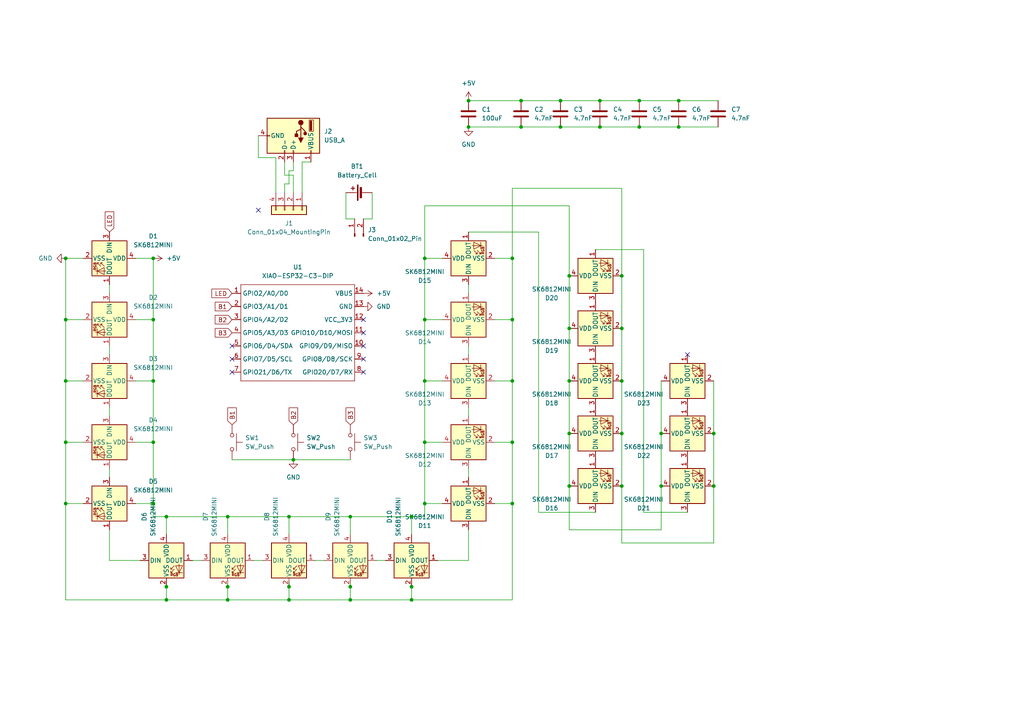
<source format=kicad_sch>
(kicad_sch (version 20250114) (generator "eeschema") (generator_version "9.0")
  (paper "A4")
  (lib_symbols
    (symbol "Connector:Conn_01x02_Pin" (pin_names (offset 1.016) (hide yes))
      (property "Reference" "J" (at 0 2.54 0))
      (property "Value" "Conn_01x02_Pin" (at 0 -5.08 0))
      (symbol "Conn_01x02_Pin_1_1"
        (rectangle (start 0.8636 0.127) (end 0 -0.127) (stroke (width 0.1524)) (fill (type outline)))
        (rectangle (start 0.8636 -2.413) (end 0 -2.667) (stroke (width 0.1524)) (fill (type outline)))
        (polyline (pts (xy 1.27 0) (xy 0.8636 0)) (stroke (width 0.1524)))
        (polyline (pts (xy 1.27 -2.54) (xy 0.8636 -2.54)) (stroke (width 0.1524)))
        (pin passive line (at 5.08 0 180) (length 3.81) (name "Pin_1") (number "1"))
        (pin passive line (at 5.08 -2.54 180) (length 3.81) (name "Pin_2") (number "2"))
      )
    )
    (symbol "Connector:USB_A" (pin_names (offset 1.016))
      (property "Reference" "J2" (at -1.2701 8.89 90))
      (property "Value" "USB_A" (at 1.2699 8.89 90))
      (symbol "USB_A_0_1"
        (rectangle (start -5.08 -7.62) (end 5.08 7.62) (stroke (width 0.254)) (fill (type background)))
        (circle (center -3.81 2.159) (radius 0.635) (stroke (width 0.254)) (fill (type outline)))
        (polyline (pts (xy -3.175 2.159) (xy -2.54 2.159) (xy -1.27 3.429) (xy -0.635 3.429)) (stroke (width 0.254)))
        (polyline (pts (xy -2.54 2.159) (xy -1.905 2.159) (xy -1.27 0.889) (xy 0 0.889)) (stroke (width 0.254)))
        (rectangle (start -1.524 4.826) (end -4.318 5.334) (fill (type outline)))
        (rectangle (start -1.27 4.572) (end -4.572 5.842))
        (circle (center -0.635 3.429) (radius 0.381) (stroke (width 0.254)) (fill (type outline)))
        (rectangle (start -0.127 -7.62) (end 0.127 -6.858))
        (rectangle (start 0.254 1.27) (end -0.508 0.508) (stroke (width 0.254)) (fill (type outline)))
        (polyline (pts (xy 0.635 2.794) (xy 0.635 1.524) (xy 1.905 2.159) (xy 0.635 2.794)) (stroke (width 0.254)) (fill (type outline)))
        (rectangle (start 5.08 4.953) (end 4.318 5.207))
        (rectangle (start 5.08 -0.127) (end 4.318 0.127))
        (rectangle (start 5.08 -2.667) (end 4.318 -2.413))
      )
      (symbol "USB_A_1_1"
        (polyline (pts (xy -1.905 2.159) (xy 0.635 2.159)) (stroke (width 0.254)))
        (pin power_in line (at 0 -10.16 90) (length 2.54) (name "GND") (number "4"))
        (pin power_in line (at 7.62 5.08 180) (length 2.54) (name "VBUS") (number "1"))
        (pin bidirectional line (at 7.62 0 180) (length 2.54) (name "D+") (number "3"))
        (pin bidirectional line (at 7.62 -2.54 180) (length 2.54) (name "D-") (number "2"))
      )
    )
    (symbol "Connector_Generic:Conn_01x04" (pin_names (offset 1.016) (hide yes))
      (property "Reference" "J" (at 0 5.08 0))
      (property "Value" "Conn_01x04" (at 0 -7.62 0))
      (symbol "Conn_01x04_1_1"
        (rectangle (start -1.27 3.81) (end 1.27 -6.35) (stroke (width 0.254)) (fill (type background)))
        (rectangle (start -1.27 2.667) (end 0 2.413) (stroke (width 0.1524)))
        (rectangle (start -1.27 0.127) (end 0 -0.127) (stroke (width 0.1524)))
        (rectangle (start -1.27 -2.413) (end 0 -2.667) (stroke (width 0.1524)))
        (rectangle (start -1.27 -4.953) (end 0 -5.207) (stroke (width 0.1524)))
        (pin passive line (at -5.08 2.54 0) (length 3.81) (name "Pin_1") (number "1"))
        (pin passive line (at -5.08 0 0) (length 3.81) (name "Pin_2") (number "2"))
        (pin passive line (at -5.08 -2.54 0) (length 3.81) (name "Pin_3") (number "3"))
        (pin passive line (at -5.08 -5.08 0) (length 3.81) (name "Pin_4") (number "4"))
      )
    )
    (symbol "Device:Battery_Cell" (pin_numbers (hide yes)) (pin_names (offset 0) (hide yes))
      (property "Reference" "BT" (at 2.54 2.54 0))
      (property "Value" "Battery_Cell" (at 2.54 0 0))
      (symbol "Battery_Cell_0_1"
        (rectangle (start -2.286 1.778) (end 2.286 1.524) (fill (type outline)))
        (rectangle (start -1.524 1.016) (end 1.524 0.508) (fill (type outline)))
        (polyline (pts (xy 0 1.778) (xy 0 2.54)))
        (polyline (pts (xy 0 0.762) (xy 0 0)))
        (polyline (pts (xy 0.762 3.048) (xy 1.778 3.048)) (stroke (width 0.254)))
        (polyline (pts (xy 1.27 3.556) (xy 1.27 2.54)) (stroke (width 0.254)))
      )
      (symbol "Battery_Cell_1_1"
        (pin passive line (at 0 5.08 270) (length 2.54) (name "+") (number "1"))
        (pin passive line (at 0 -2.54 90) (length 2.54) (name "-") (number "2"))
      )
    )
    (symbol "Device:C" (pin_numbers (hide yes)) (pin_names (offset 0.254))
      (property "Reference" "C" (at 0.635 2.54 0))
      (property "Value" "C" (at 0.635 -2.54 0))
      (symbol "C_0_1"
        (polyline (pts (xy -2.032 0.762) (xy 2.032 0.762)) (stroke (width 0.508)))
        (polyline (pts (xy -2.032 -0.762) (xy 2.032 -0.762)) (stroke (width 0.508)))
      )
      (symbol "C_1_1"
        (pin passive line (at 0 3.81 270) (length 2.794) (name "~") (number "1"))
        (pin passive line (at 0 -3.81 90) (length 2.794) (name "~") (number "2"))
      )
    )
    (symbol "LED:SK6812MINI" (pin_names (offset 0.254))
      (property "Reference" "D" (at 5.08 5.715 0))
      (property "Value" "SK6812MINI" (at 1.27 -5.715 0))
      (symbol "SK6812MINI_0_0"
        (text "RGB" (at 2.286 -4.191 0) (effects (font (size 0.762 0.762))))
      )
      (symbol "SK6812MINI_0_1"
        (polyline (pts (xy 1.27 -2.54) (xy 1.778 -2.54)))
        (polyline (pts (xy 1.27 -3.556) (xy 1.778 -3.556)))
        (polyline (pts (xy 2.286 -1.524) (xy 1.27 -2.54) (xy 1.27 -2.032)))
        (polyline (pts (xy 2.286 -2.54) (xy 1.27 -3.556) (xy 1.27 -3.048)))
        (polyline (pts (xy 3.683 -1.016) (xy 3.683 -3.556) (xy 3.683 -4.064)))
        (polyline (pts (xy 4.699 -1.524) (xy 2.667 -1.524) (xy 3.683 -3.556) (xy 4.699 -1.524)))
        (polyline (pts (xy 4.699 -3.556) (xy 2.667 -3.556)))
        (rectangle (start 5.08 5.08) (end -5.08 -5.08) (stroke (width 0.254)) (fill (type background)))
      )
      (symbol "SK6812MINI_1_1"
        (pin input line (at -7.62 0 0) (length 2.54) (name "DIN") (number "3"))
        (pin power_in line (at 0 7.62 270) (length 2.54) (name "VDD") (number "4"))
        (pin power_in line (at 0 -7.62 90) (length 2.54) (name "VSS") (number "2"))
        (pin output line (at 7.62 0 180) (length 2.54) (name "DOUT") (number "1"))
      )
    )
    (symbol "Seeed_Studio_XIAO:XIAO-ESP32-C3-DIP"
      (property "Reference" "U" (at 1.016 2.794 0))
      (property "Value" "XIAO-ESP32-C3-DIP" (at 7.62 1.016 0))
      (symbol "XIAO-ESP32-C3-DIP_1_0"
        (polyline (pts (xy 0 0) (xy 33.02 0)) (stroke (width 0.1524)))
        (polyline (pts (xy 0 -2.54) (xy -1.27 -2.54)) (stroke (width 0.1524)))
        (polyline (pts (xy 0 -2.54) (xy 0 0)) (stroke (width 0.1524)))
        (polyline (pts (xy 0 -6.35) (xy -1.27 -6.35)) (stroke (width 0.1524)))
        (polyline (pts (xy 0 -6.35) (xy 0 -2.54)) (stroke (width 0.1524)))
        (polyline (pts (xy 0 -10.16) (xy -1.27 -10.16)) (stroke (width 0.1524)))
        (polyline (pts (xy 0 -10.16) (xy 0 -6.35)) (stroke (width 0.1524)))
        (polyline (pts (xy 0 -13.97) (xy -1.27 -13.97)) (stroke (width 0.1524)))
        (polyline (pts (xy 0 -13.97) (xy 0 -10.16)) (stroke (width 0.1524)))
        (polyline (pts (xy 0 -17.78) (xy -1.27 -17.78)) (stroke (width 0.1524)))
        (polyline (pts (xy 0 -21.59) (xy -1.27 -21.59)) (stroke (width 0.1524)))
        (polyline (pts (xy 0 -25.4) (xy -1.27 -25.4)) (stroke (width 0.1524)))
        (polyline (pts (xy 0 -27.94) (xy 0 -13.97)) (stroke (width 0.1524)))
        (polyline (pts (xy 33.02 0) (xy 33.02 -2.54)) (stroke (width 0.1524)))
        (polyline (pts (xy 33.02 -2.54) (xy 33.02 -6.35)) (stroke (width 0.1524)))
        (polyline (pts (xy 33.02 -6.35) (xy 33.02 -10.16)) (stroke (width 0.1524)))
        (polyline (pts (xy 33.02 -10.16) (xy 33.02 -27.94)) (stroke (width 0.1524)))
        (polyline (pts (xy 33.02 -27.94) (xy 0 -27.94)) (stroke (width 0.1524)))
        (polyline (pts (xy 34.29 -2.54) (xy 33.02 -2.54)) (stroke (width 0.1524)))
        (polyline (pts (xy 34.29 -6.35) (xy 33.02 -6.35)) (stroke (width 0.1524)))
        (polyline (pts (xy 34.29 -10.16) (xy 33.02 -10.16)) (stroke (width 0.1524)))
        (polyline (pts (xy 34.29 -13.97) (xy 33.02 -13.97)) (stroke (width 0.1524)))
        (polyline (pts (xy 34.29 -17.78) (xy 33.02 -17.78)) (stroke (width 0.1524)))
        (polyline (pts (xy 34.29 -21.59) (xy 33.02 -21.59)) (stroke (width 0.1524)))
        (polyline (pts (xy 34.29 -25.4) (xy 33.02 -25.4)) (stroke (width 0.1524)))
        (pin passive line (at -2.54 -2.54 0) (length 2.54) (name "GPIO2/A0/D0") (number "1"))
        (pin passive line (at -2.54 -6.35 0) (length 2.54) (name "GPIO3/A1/D1") (number "2"))
        (pin passive line (at -2.54 -10.16 0) (length 2.54) (name "GPIO4/A2/D2") (number "3"))
        (pin passive line (at -2.54 -13.97 0) (length 2.54) (name "GPIO5/A3/D3") (number "4"))
        (pin passive line (at -2.54 -17.78 0) (length 2.54) (name "GPIO6/D4/SDA") (number "5"))
        (pin passive line (at -2.54 -21.59 0) (length 2.54) (name "GPIO7/D5/SCL") (number "6"))
        (pin passive line (at -2.54 -25.4 0) (length 2.54) (name "GPIO21/D6/TX") (number "7"))
        (pin passive line (at 35.56 -2.54 180) (length 2.54) (name "VBUS") (number "14"))
        (pin passive line (at 35.56 -6.35 180) (length 2.54) (name "GND") (number "13"))
        (pin passive line (at 35.56 -10.16 180) (length 2.54) (name "VCC_3V3") (number "12"))
        (pin passive line (at 35.56 -13.97 180) (length 2.54) (name "GPIO10/D10/MOSI") (number "11"))
        (pin passive line (at 35.56 -17.78 180) (length 2.54) (name "GPIO9/D9/MISO") (number "10"))
        (pin passive line (at 35.56 -21.59 180) (length 2.54) (name "GPIO8/D8/SCK") (number "9"))
        (pin passive line (at 35.56 -25.4 180) (length 2.54) (name "GPIO20/D7/RX") (number "8"))
      )
    )
    (symbol "Switch:SW_Push" (pin_numbers (hide yes)) (pin_names (offset 1.016) (hide yes))
      (property "Reference" "SW" (at 1.27 2.54 0))
      (property "Value" "SW_Push" (at 0 -1.524 0))
      (symbol "SW_Push_0_1"
        (circle (center -2.032 0) (radius 0.508))
        (polyline (pts (xy 0 1.27) (xy 0 3.048)))
        (circle (center 2.032 0) (radius 0.508))
        (polyline (pts (xy 2.54 1.27) (xy -2.54 1.27)))
        (pin passive line (at -5.08 0 0) (length 2.54) (name "1") (number "1"))
        (pin passive line (at 5.08 0 180) (length 2.54) (name "2") (number "2"))
      )
    )
    (symbol "power:+5V" (power) (pin_numbers (hide yes)) (pin_names (offset 0) (hide yes))
      (property "Value" "+5V" (at 0 3.556 0))
      (symbol "+5V_0_1"
        (polyline (pts (xy -0.762 1.27) (xy 0 2.54)))
        (polyline (pts (xy 0 2.54) (xy 0.762 1.27)))
        (polyline (pts (xy 0 0) (xy 0 2.54)))
      )
      (symbol "+5V_1_1"
        (pin power_in line (at 0 0 90) (length 0) (name "~") (number "1"))
      )
    )
    (symbol "power:GND" (power) (pin_numbers (hide yes)) (pin_names (offset 0) (hide yes))
      (property "Value" "GND" (at 0 -3.81 0))
      (symbol "GND_0_1"
        (polyline (pts (xy 0 0) (xy 0 -1.27) (xy 1.27 -1.27) (xy 0 -2.54) (xy -1.27 -1.27) (xy 0 -1.27)))
      )
      (symbol "GND_1_1"
        (pin power_in line (at 0 0 270) (length 0) (name "~") (number "1"))
      )
    )
  )
  (junction (at 101.6 170.18))
  (junction (at 151.13 36.83))
  (junction (at 119.38 173.99))
  (junction (at 207.01 140.97))
  (junction (at 207.01 125.73))
  (junction (at 173.99 36.83))
  (junction (at 180.34 95.25))
  (junction (at 162.56 36.83))
  (junction (at 123.19 146.05))
  (junction (at 44.45 128.27))
  (junction (at 119.38 170.18))
  (junction (at 151.13 29.21))
  (junction (at 165.1 95.25))
  (junction (at 148.59 110.49))
  (junction (at 19.05 146.05))
  (junction (at 148.59 128.27))
  (junction (at 44.45 110.49))
  (junction (at 48.26 170.18))
  (junction (at 191.77 140.97))
  (junction (at 85.09 133.35))
  (junction (at 19.05 74.93))
  (junction (at 83.82 170.18))
  (junction (at 123.19 74.93))
  (junction (at 101.6 173.99))
  (junction (at 123.19 110.49))
  (junction (at 48.26 173.99))
  (junction (at 148.59 92.71))
  (junction (at 148.59 74.93))
  (junction (at 123.19 92.71))
  (junction (at 180.34 140.97))
  (junction (at 135.89 36.83))
  (junction (at 180.34 125.73))
  (junction (at 162.56 29.21))
  (junction (at 135.89 29.21))
  (junction (at 148.59 146.05))
  (junction (at 119.38 149.86))
  (junction (at 44.45 92.71))
  (junction (at 44.45 74.93))
  (junction (at 19.05 92.71))
  (junction (at 19.05 110.49))
  (junction (at 180.34 80.01))
  (junction (at 19.05 128.27))
  (junction (at 83.82 149.86))
  (junction (at 101.6 149.86))
  (junction (at 173.99 29.21))
  (junction (at 185.42 29.21))
  (junction (at 123.19 128.27))
  (junction (at 165.1 140.97))
  (junction (at 191.77 125.73))
  (junction (at 48.26 149.86))
  (junction (at 165.1 110.49))
  (junction (at 165.1 80.01))
  (junction (at 66.04 173.99))
  (junction (at 165.1 125.73))
  (junction (at 66.04 170.18))
  (junction (at 180.34 110.49))
  (junction (at 185.42 36.83))
  (junction (at 196.85 29.21))
  (junction (at 196.85 36.83))
  (junction (at 66.04 149.86))
  (junction (at 83.82 173.99))
  (junction (at 44.45 146.05))
  (no_connect (at 105.41 96.52))
  (no_connect (at 67.31 107.95))
  (no_connect (at 74.93 60.96))
  (no_connect (at 105.41 107.95))
  (no_connect (at 105.41 100.33))
  (no_connect (at 105.41 104.14))
  (no_connect (at 199.39 102.87))
  (no_connect (at 67.31 104.14))
  (no_connect (at 105.41 92.71))
  (no_connect (at 67.31 100.33))
  (wire (pts (xy 196.85 36.83) (xy 208.28 36.83)))
  (wire (pts (xy 83.82 53.34) (xy 82.55 53.34)))
  (wire (pts (xy 191.77 125.73) (xy 191.77 140.97)))
  (wire (pts (xy 44.45 149.86) (xy 48.26 149.86)))
  (wire (pts (xy 80.01 45.72) (xy 74.93 45.72)))
  (wire (pts (xy 156.21 67.31) (xy 156.21 148.59)))
  (wire (pts (xy 44.45 146.05) (xy 44.45 149.86)))
  (wire (pts (xy 66.04 168.91) (xy 66.04 170.18)))
  (wire (pts (xy 100.33 63.5) (xy 100.33 55.88)))
  (wire (pts (xy 196.85 29.21) (xy 208.28 29.21)))
  (wire (pts (xy 19.05 128.27) (xy 24.13 128.27)))
  (wire (pts (xy 19.05 110.49) (xy 19.05 128.27)))
  (wire (pts (xy 39.37 92.71) (xy 44.45 92.71)))
  (wire (pts (xy 135.89 36.83) (xy 151.13 36.83)))
  (wire (pts (xy 31.75 138.43) (xy 31.75 135.89)))
  (wire (pts (xy 119.38 170.18) (xy 119.38 173.99)))
  (wire (pts (xy 207.01 125.73) (xy 207.01 140.97)))
  (wire (pts (xy 101.6 149.86) (xy 101.6 154.94)))
  (wire (pts (xy 85.09 133.35) (xy 101.6 133.35)))
  (wire (pts (xy 119.38 173.99) (xy 148.59 173.99)))
  (wire (pts (xy 123.19 146.05) (xy 128.27 146.05)))
  (wire (pts (xy 148.59 146.05) (xy 148.59 128.27)))
  (wire (pts (xy 24.13 74.93) (xy 19.05 74.93)))
  (wire (pts (xy 101.6 149.86) (xy 119.38 149.86)))
  (wire (pts (xy 90.17 46.99) (xy 87.63 46.99)))
  (wire (pts (xy 135.89 67.31) (xy 156.21 67.31)))
  (wire (pts (xy 83.82 49.53) (xy 83.82 53.34)))
  (wire (pts (xy 143.51 110.49) (xy 148.59 110.49)))
  (wire (pts (xy 180.34 54.61) (xy 148.59 54.61)))
  (wire (pts (xy 148.59 74.93) (xy 143.51 74.93)))
  (wire (pts (xy 185.42 36.83) (xy 196.85 36.83)))
  (wire (pts (xy 123.19 59.69) (xy 165.1 59.69)))
  (wire (pts (xy 123.19 110.49) (xy 123.19 92.71)))
  (wire (pts (xy 148.59 128.27) (xy 148.59 110.49)))
  (wire (pts (xy 67.31 133.35) (xy 85.09 133.35)))
  (wire (pts (xy 185.42 29.21) (xy 196.85 29.21)))
  (wire (pts (xy 162.56 29.21) (xy 173.99 29.21)))
  (wire (pts (xy 135.89 153.67) (xy 135.89 162.56)))
  (wire (pts (xy 19.05 146.05) (xy 24.13 146.05)))
  (wire (pts (xy 39.37 74.93) (xy 44.45 74.93)))
  (wire (pts (xy 148.59 173.99) (xy 148.59 146.05)))
  (wire (pts (xy 148.59 92.71) (xy 148.59 74.93)))
  (wire (pts (xy 31.75 120.65) (xy 31.75 118.11)))
  (wire (pts (xy 44.45 92.71) (xy 44.45 110.49)))
  (wire (pts (xy 119.38 154.94) (xy 119.38 149.86)))
  (wire (pts (xy 101.6 173.99) (xy 119.38 173.99)))
  (wire (pts (xy 85.09 50.8) (xy 85.09 55.88)))
  (wire (pts (xy 148.59 74.93) (xy 148.59 54.61)))
  (wire (pts (xy 119.38 168.91) (xy 119.38 170.18)))
  (wire (pts (xy 83.82 149.86) (xy 101.6 149.86)))
  (wire (pts (xy 165.1 110.49) (xy 165.1 125.73)))
  (wire (pts (xy 123.19 149.86) (xy 123.19 146.05)))
  (wire (pts (xy 80.01 55.88) (xy 80.01 45.72)))
  (wire (pts (xy 135.89 29.21) (xy 151.13 29.21)))
  (wire (pts (xy 123.19 110.49) (xy 128.27 110.49)))
  (wire (pts (xy 165.1 140.97) (xy 165.1 153.67)))
  (wire (pts (xy 143.51 92.71) (xy 148.59 92.71)))
  (wire (pts (xy 123.19 74.93) (xy 128.27 74.93)))
  (wire (pts (xy 162.56 36.83) (xy 173.99 36.83)))
  (wire (pts (xy 31.75 102.87) (xy 31.75 100.33)))
  (wire (pts (xy 180.34 110.49) (xy 180.34 125.73)))
  (wire (pts (xy 186.69 72.39) (xy 186.69 148.59)))
  (wire (pts (xy 19.05 110.49) (xy 24.13 110.49)))
  (wire (pts (xy 135.89 118.11) (xy 135.89 120.65)))
  (wire (pts (xy 180.34 80.01) (xy 180.34 54.61)))
  (wire (pts (xy 151.13 29.21) (xy 162.56 29.21)))
  (wire (pts (xy 191.77 110.49) (xy 191.77 125.73)))
  (wire (pts (xy 83.82 170.18) (xy 83.82 173.99)))
  (wire (pts (xy 207.01 110.49) (xy 207.01 125.73)))
  (wire (pts (xy 82.55 53.34) (xy 82.55 55.88)))
  (wire (pts (xy 180.34 125.73) (xy 180.34 140.97)))
  (wire (pts (xy 101.6 168.91) (xy 101.6 170.18)))
  (wire (pts (xy 19.05 92.71) (xy 19.05 110.49)))
  (wire (pts (xy 48.26 168.91) (xy 48.26 170.18)))
  (wire (pts (xy 58.42 162.56) (xy 55.88 162.56)))
  (wire (pts (xy 180.34 140.97) (xy 180.34 157.48)))
  (wire (pts (xy 172.72 72.39) (xy 186.69 72.39)))
  (wire (pts (xy 48.26 170.18) (xy 48.26 173.99)))
  (wire (pts (xy 186.69 148.59) (xy 199.39 148.59)))
  (wire (pts (xy 148.59 110.49) (xy 148.59 92.71)))
  (wire (pts (xy 135.89 82.55) (xy 135.89 85.09)))
  (wire (pts (xy 123.19 146.05) (xy 123.19 128.27)))
  (wire (pts (xy 83.82 168.91) (xy 83.82 170.18)))
  (wire (pts (xy 31.75 153.67) (xy 31.75 162.56)))
  (wire (pts (xy 123.19 92.71) (xy 123.19 74.93)))
  (wire (pts (xy 93.98 162.56) (xy 91.44 162.56)))
  (wire (pts (xy 102.87 63.5) (xy 100.33 63.5)))
  (wire (pts (xy 207.01 157.48) (xy 207.01 140.97)))
  (wire (pts (xy 19.05 92.71) (xy 24.13 92.71)))
  (wire (pts (xy 39.37 146.05) (xy 44.45 146.05)))
  (wire (pts (xy 44.45 110.49) (xy 44.45 128.27)))
  (wire (pts (xy 107.95 63.5) (xy 105.41 63.5)))
  (wire (pts (xy 48.26 149.86) (xy 66.04 149.86)))
  (wire (pts (xy 82.55 46.99) (xy 82.55 50.8)))
  (wire (pts (xy 66.04 149.86) (xy 83.82 149.86)))
  (wire (pts (xy 151.13 36.83) (xy 162.56 36.83)))
  (wire (pts (xy 44.45 128.27) (xy 44.45 146.05)))
  (wire (pts (xy 156.21 148.59) (xy 172.72 148.59)))
  (wire (pts (xy 135.89 135.89) (xy 135.89 138.43)))
  (wire (pts (xy 66.04 173.99) (xy 83.82 173.99)))
  (wire (pts (xy 39.37 110.49) (xy 44.45 110.49)))
  (wire (pts (xy 48.26 149.86) (xy 48.26 154.94)))
  (wire (pts (xy 111.76 162.56) (xy 109.22 162.56)))
  (wire (pts (xy 39.37 128.27) (xy 44.45 128.27)))
  (wire (pts (xy 165.1 80.01) (xy 165.1 95.25)))
  (wire (pts (xy 19.05 128.27) (xy 19.05 146.05)))
  (wire (pts (xy 165.1 153.67) (xy 191.77 153.67)))
  (wire (pts (xy 143.51 146.05) (xy 148.59 146.05)))
  (wire (pts (xy 19.05 74.93) (xy 19.05 92.71)))
  (wire (pts (xy 123.19 59.69) (xy 123.19 74.93)))
  (wire (pts (xy 101.6 170.18) (xy 101.6 173.99)))
  (wire (pts (xy 31.75 162.56) (xy 40.64 162.56)))
  (wire (pts (xy 123.19 128.27) (xy 123.19 110.49)))
  (wire (pts (xy 48.26 173.99) (xy 66.04 173.99)))
  (wire (pts (xy 76.2 162.56) (xy 73.66 162.56)))
  (wire (pts (xy 135.89 100.33) (xy 135.89 102.87)))
  (wire (pts (xy 180.34 95.25) (xy 180.34 110.49)))
  (wire (pts (xy 165.1 59.69) (xy 165.1 80.01)))
  (wire (pts (xy 66.04 149.86) (xy 66.04 154.94)))
  (wire (pts (xy 31.75 85.09) (xy 31.75 82.55)))
  (wire (pts (xy 191.77 153.67) (xy 191.77 140.97)))
  (wire (pts (xy 119.38 149.86) (xy 123.19 149.86)))
  (wire (pts (xy 123.19 92.71) (xy 128.27 92.71)))
  (wire (pts (xy 173.99 36.83) (xy 185.42 36.83)))
  (wire (pts (xy 165.1 95.25) (xy 165.1 110.49)))
  (wire (pts (xy 83.82 149.86) (xy 83.82 154.94)))
  (wire (pts (xy 74.93 39.37) (xy 74.93 45.72)))
  (wire (pts (xy 173.99 29.21) (xy 185.42 29.21)))
  (wire (pts (xy 66.04 170.18) (xy 66.04 173.99)))
  (wire (pts (xy 180.34 80.01) (xy 180.34 95.25)))
  (wire (pts (xy 85.09 46.99) (xy 85.09 49.53)))
  (wire (pts (xy 107.95 55.88) (xy 107.95 63.5)))
  (wire (pts (xy 123.19 128.27) (xy 128.27 128.27)))
  (wire (pts (xy 165.1 125.73) (xy 165.1 140.97)))
  (wire (pts (xy 19.05 173.99) (xy 48.26 173.99)))
  (wire (pts (xy 85.09 49.53) (xy 83.82 49.53)))
  (wire (pts (xy 44.45 74.93) (xy 44.45 92.71)))
  (wire (pts (xy 87.63 46.99) (xy 87.63 55.88)))
  (wire (pts (xy 180.34 157.48) (xy 207.01 157.48)))
  (wire (pts (xy 82.55 50.8) (xy 85.09 50.8)))
  (wire (pts (xy 19.05 146.05) (xy 19.05 173.99)))
  (wire (pts (xy 135.89 162.56) (xy 127 162.56)))
  (wire (pts (xy 143.51 128.27) (xy 148.59 128.27)))
  (wire (pts (xy 83.82 173.99) (xy 101.6 173.99)))
  (global_label "B3" (shape input) (at 101.6 123.19 90) (property "Intersheetrefs" "${INTERSHEET_REFS}" (effects (hide yes))))
  (global_label "B1" (shape input) (at 67.31 123.19 90) (property "Intersheetrefs" "${INTERSHEET_REFS}" (effects (hide yes))))
  (global_label "LED" (shape input) (at 31.75 67.31 90) (property "Intersheetrefs" "${INTERSHEET_REFS}" (effects (hide yes))))
  (global_label "B2" (shape input) (at 67.31 92.71 180) (property "Intersheetrefs" "${INTERSHEET_REFS}" (effects (hide yes))))
  (global_label "LED" (shape input) (at 67.31 85.09 180) (property "Intersheetrefs" "${INTERSHEET_REFS}" (effects (hide yes))))
  (global_label "B3" (shape input) (at 67.31 96.52 180) (property "Intersheetrefs" "${INTERSHEET_REFS}" (effects (hide yes))))
  (global_label "B1" (shape input) (at 67.31 88.9 180) (property "Intersheetrefs" "${INTERSHEET_REFS}" (effects (hide yes))))
  (global_label "B2" (shape input) (at 85.09 123.19 90) (property "Intersheetrefs" "${INTERSHEET_REFS}" (effects (hide yes))))
  (symbol (lib_id "LED:SK6812MINI") (at 135.89 110.49 90) (unit 1)
    (property "Reference" "D13" (at 123.19 116.9102 90))
    (property "Value" "SK6812MINI" (at 123.19 114.3702 90))
    (property "Footprint" "LED_SMD:LED_SK6812MINI_PLCC4_3.5x3.5mm_P1.75mm" (effects (hide yes)))
    (property "Datasheet" "https://cdn-shop.adafruit.com/product-files/2686/SK6812MINI_REV.01-1-2.pdf" (effects (hide yes)))
    (property "Description" "RGB LED with integrated controller" (effects (hide yes)))
  )
  (symbol (lib_id "LED:SK6812MINI") (at 172.72 110.49 90) (unit 1)
    (property "Reference" "D18" (at 160.02 116.9102 90))
    (property "Value" "SK6812MINI" (at 160.02 114.3702 90))
    (property "Footprint" "LED_SMD:LED_SK6812MINI_PLCC4_3.5x3.5mm_P1.75mm" (effects (hide yes)))
    (property "Datasheet" "https://cdn-shop.adafruit.com/product-files/2686/SK6812MINI_REV.01-1-2.pdf" (effects (hide yes)))
    (property "Description" "RGB LED with integrated controller" (effects (hide yes)))
  )
  (symbol (lib_id "Switch:SW_Push") (at 101.6 128.27 270) (unit 1)
    (property "Reference" "SW3" (at 105.41 126.9999 90) (effects (justify left)))
    (property "Value" "SW_Push" (at 105.41 129.5399 90) (effects (justify left)))
    (property "Footprint" "Button_Switch_THT:SW_PUSH_6mm" (effects (hide yes)))
    (property "Description" "Push button switch, generic, two pins" (effects (hide yes)))
  )
  (symbol (lib_id "Device:C") (at 185.42 33.02 0) (unit 1)
    (property "Reference" "C5" (at 189.23 31.7499 0) (effects (justify left)))
    (property "Value" "4.7nF" (at 189.23 34.2899 0) (effects (justify left)))
    (property "Footprint" "Capacitor_SMD:C_0603_1608Metric_Pad1.08x0.95mm_HandSolder" (effects (hide yes)))
    (property "Description" "Unpolarized capacitor" (effects (hide yes)))
  )
  (symbol (lib_id "Switch:SW_Push") (at 67.31 128.27 270) (unit 1)
    (property "Reference" "SW1" (at 71.12 126.9999 90) (effects (justify left)))
    (property "Value" "SW_Push" (at 71.12 129.5399 90) (effects (justify left)))
    (property "Footprint" "Button_Switch_THT:SW_PUSH_6mm" (effects (hide yes)))
    (property "Description" "Push button switch, generic, two pins" (effects (hide yes)))
  )
  (symbol (lib_id "Connector:USB_A") (at 85.09 39.37 270) (unit 1)
    (property "Reference" "J2" (at 93.98 38.0999 90) (effects (justify left)))
    (property "Value" "USB_A" (at 93.98 40.6399 90) (effects (justify left)))
    (property "Footprint" "custom:usb-PCB" (effects (hide yes)))
    (property "Description" "USB Type A connector" (effects (hide yes)))
  )
  (symbol (lib_id "Connector_Generic:Conn_01x04") (at 85.09 60.96 270) (unit 1)
    (property "Reference" "J1" (at 83.82 64.77 90))
    (property "Value" "Conn_01x04_MountingPin" (at 83.82 67.31 90))
    (property "Footprint" "Connector_PinHeader_2.54mm:PinHeader_1x04_P2.54mm_Vertical" (effects (hide yes)))
    (property "Description" "Generic connector, single row, 01x04, script generated (kicad-library-utils/schlib/autogen/connector/)" (effects (hide yes)))
  )
  (symbol (lib_id "LED:SK6812MINI") (at 31.75 110.49 270) (unit 1)
    (property "Reference" "D3" (at 44.45 104.0698 90))
    (property "Value" "SK6812MINI" (at 44.45 106.6098 90))
    (property "Footprint" "LED_SMD:LED_SK6812MINI_PLCC4_3.5x3.5mm_P1.75mm" (effects (hide yes)))
    (property "Datasheet" "https://cdn-shop.adafruit.com/product-files/2686/SK6812MINI_REV.01-1-2.pdf" (effects (hide yes)))
    (property "Description" "RGB LED with integrated controller" (effects (hide yes)))
  )
  (symbol (lib_id "power:+5V") (at 44.45 74.93 270) (unit 1)
    (property "Reference" "#PWR01" (effects (hide yes)))
    (property "Value" "+5V" (at 48.26 74.9299 90) (effects (justify left)))
    (property "Description" "Power symbol creates a global label with name \"+5V\"" (effects (hide yes)))
  )
  (symbol (lib_id "power:GND") (at 85.09 133.35 0) (unit 1)
    (property "Reference" "#PWR05" (effects (hide yes)))
    (property "Value" "GND" (at 85.09 138.43 0))
    (property "Description" "Power symbol creates a global label with name \"GND\" , ground" (effects (hide yes)))
  )
  (symbol (lib_id "LED:SK6812MINI") (at 48.26 162.56 0) (unit 1)
    (property "Reference" "D6" (at 41.8398 149.86 90))
    (property "Value" "SK6812MINI" (at 44.3798 149.86 90))
    (property "Footprint" "LED_SMD:LED_SK6812MINI_PLCC4_3.5x3.5mm_P1.75mm" (effects (hide yes)))
    (property "Datasheet" "https://cdn-shop.adafruit.com/product-files/2686/SK6812MINI_REV.01-1-2.pdf" (effects (hide yes)))
    (property "Description" "RGB LED with integrated controller" (effects (hide yes)))
  )
  (symbol (lib_id "LED:SK6812MINI") (at 172.72 125.73 90) (unit 1)
    (property "Reference" "D17" (at 160.02 132.1502 90))
    (property "Value" "SK6812MINI" (at 160.02 129.6102 90))
    (property "Footprint" "LED_SMD:LED_SK6812MINI_PLCC4_3.5x3.5mm_P1.75mm" (effects (hide yes)))
    (property "Datasheet" "https://cdn-shop.adafruit.com/product-files/2686/SK6812MINI_REV.01-1-2.pdf" (effects (hide yes)))
    (property "Description" "RGB LED with integrated controller" (effects (hide yes)))
  )
  (symbol (lib_id "LED:SK6812MINI") (at 135.89 128.27 90) (unit 1)
    (property "Reference" "D12" (at 123.19 134.6902 90))
    (property "Value" "SK6812MINI" (at 123.19 132.1502 90))
    (property "Footprint" "LED_SMD:LED_SK6812MINI_PLCC4_3.5x3.5mm_P1.75mm" (effects (hide yes)))
    (property "Datasheet" "https://cdn-shop.adafruit.com/product-files/2686/SK6812MINI_REV.01-1-2.pdf" (effects (hide yes)))
    (property "Description" "RGB LED with integrated controller" (effects (hide yes)))
  )
  (symbol (lib_id "LED:SK6812MINI") (at 135.89 146.05 90) (unit 1)
    (property "Reference" "D11" (at 123.19 152.4702 90))
    (property "Value" "SK6812MINI" (at 123.19 149.9302 90))
    (property "Footprint" "LED_SMD:LED_SK6812MINI_PLCC4_3.5x3.5mm_P1.75mm" (effects (hide yes)))
    (property "Datasheet" "https://cdn-shop.adafruit.com/product-files/2686/SK6812MINI_REV.01-1-2.pdf" (effects (hide yes)))
    (property "Description" "RGB LED with integrated controller" (effects (hide yes)))
  )
  (symbol (lib_id "Device:C") (at 162.56 33.02 0) (unit 1)
    (property "Reference" "C3" (at 166.37 31.7499 0) (effects (justify left)))
    (property "Value" "4.7nF" (at 166.37 34.2899 0) (effects (justify left)))
    (property "Footprint" "Capacitor_SMD:C_0603_1608Metric_Pad1.08x0.95mm_HandSolder" (effects (hide yes)))
    (property "Description" "Unpolarized capacitor" (effects (hide yes)))
  )
  (symbol (lib_id "power:+5V") (at 135.89 29.21 0) (unit 1)
    (property "Reference" "#PWR06" (effects (hide yes)))
    (property "Value" "+5V" (at 135.89 24.13 0))
    (property "Description" "Power symbol creates a global label with name \"+5V\"" (effects (hide yes)))
  )
  (symbol (lib_id "LED:SK6812MINI") (at 83.82 162.56 0) (unit 1)
    (property "Reference" "D8" (at 77.3998 149.86 90))
    (property "Value" "SK6812MINI" (at 79.9398 149.86 90))
    (property "Footprint" "LED_SMD:LED_SK6812MINI_PLCC4_3.5x3.5mm_P1.75mm" (effects (hide yes)))
    (property "Datasheet" "https://cdn-shop.adafruit.com/product-files/2686/SK6812MINI_REV.01-1-2.pdf" (effects (hide yes)))
    (property "Description" "RGB LED with integrated controller" (effects (hide yes)))
  )
  (symbol (lib_id "Device:Battery_Cell") (at 105.41 55.88 90) (unit 1)
    (property "Reference" "BT1" (at 103.5685 48.26 90))
    (property "Value" "Battery_Cell" (at 103.5685 50.8 90))
    (property "Footprint" "Battery:BatteryHolder_Keystone_3002_1x2032" (effects (hide yes)))
    (property "Description" "Single-cell battery" (effects (hide yes)))
  )
  (symbol (lib_id "LED:SK6812MINI") (at 101.6 162.56 0) (unit 1)
    (property "Reference" "D9" (at 95.1798 149.86 90))
    (property "Value" "SK6812MINI" (at 97.7198 149.86 90))
    (property "Footprint" "LED_SMD:LED_SK6812MINI_PLCC4_3.5x3.5mm_P1.75mm" (effects (hide yes)))
    (property "Datasheet" "https://cdn-shop.adafruit.com/product-files/2686/SK6812MINI_REV.01-1-2.pdf" (effects (hide yes)))
    (property "Description" "RGB LED with integrated controller" (effects (hide yes)))
  )
  (symbol (lib_id "Device:C") (at 135.89 33.02 0) (unit 1)
    (property "Reference" "C1" (at 139.7 31.7499 0) (effects (justify left)))
    (property "Value" "100uF" (at 139.7 34.2899 0) (effects (justify left)))
    (property "Footprint" "Capacitor_SMD:C_0805_2012Metric_Pad1.18x1.45mm_HandSolder" (effects (hide yes)))
    (property "Description" "Unpolarized capacitor" (effects (hide yes)))
  )
  (symbol (lib_id "power:+5V") (at 105.41 85.09 270) (unit 1)
    (property "Reference" "#PWR04" (effects (hide yes)))
    (property "Value" "+5V" (at 109.22 85.0899 90) (effects (justify left)))
    (property "Description" "Power symbol creates a global label with name \"+5V\"" (effects (hide yes)))
  )
  (symbol (lib_id "Connector:Conn_01x02_Pin") (at 102.87 68.58 90) (unit 1)
    (property "Reference" "J3" (at 106.68 66.6749 90) (effects (justify right)))
    (property "Value" "Conn_01x02_Pin" (at 106.68 69.2149 90) (effects (justify right)))
    (property "Footprint" "Connector_PinHeader_2.54mm:PinHeader_1x02_P2.54mm_Vertical" (effects (hide yes)))
    (property "Description" "Generic connector, single row, 01x02, script generated" (effects (hide yes)))
  )
  (symbol (lib_id "LED:SK6812MINI") (at 199.39 140.97 90) (unit 1)
    (property "Reference" "D21" (at 186.69 147.3902 90))
    (property "Value" "SK6812MINI" (at 186.69 144.8502 90))
    (property "Footprint" "LED_SMD:LED_SK6812MINI_PLCC4_3.5x3.5mm_P1.75mm" (effects (hide yes)))
    (property "Datasheet" "https://cdn-shop.adafruit.com/product-files/2686/SK6812MINI_REV.01-1-2.pdf" (effects (hide yes)))
    (property "Description" "RGB LED with integrated controller" (effects (hide yes)))
  )
  (symbol (lib_id "Device:C") (at 173.99 33.02 0) (unit 1)
    (property "Reference" "C4" (at 177.8 31.7499 0) (effects (justify left)))
    (property "Value" "4.7nF" (at 177.8 34.2899 0) (effects (justify left)))
    (property "Footprint" "Capacitor_SMD:C_0603_1608Metric_Pad1.08x0.95mm_HandSolder" (effects (hide yes)))
    (property "Description" "Unpolarized capacitor" (effects (hide yes)))
  )
  (symbol (lib_id "LED:SK6812MINI") (at 31.75 128.27 270) (unit 1)
    (property "Reference" "D4" (at 44.45 121.8498 90))
    (property "Value" "SK6812MINI" (at 44.45 124.3898 90))
    (property "Footprint" "LED_SMD:LED_SK6812MINI_PLCC4_3.5x3.5mm_P1.75mm" (effects (hide yes)))
    (property "Datasheet" "https://cdn-shop.adafruit.com/product-files/2686/SK6812MINI_REV.01-1-2.pdf" (effects (hide yes)))
    (property "Description" "RGB LED with integrated controller" (effects (hide yes)))
  )
  (symbol (lib_id "LED:SK6812MINI") (at 172.72 80.01 90) (unit 1)
    (property "Reference" "D20" (at 160.02 86.4302 90))
    (property "Value" "SK6812MINI" (at 160.02 83.8902 90))
    (property "Footprint" "LED_SMD:LED_SK6812MINI_PLCC4_3.5x3.5mm_P1.75mm" (effects (hide yes)))
    (property "Datasheet" "https://cdn-shop.adafruit.com/product-files/2686/SK6812MINI_REV.01-1-2.pdf" (effects (hide yes)))
    (property "Description" "RGB LED with integrated controller" (effects (hide yes)))
  )
  (symbol (lib_id "LED:SK6812MINI") (at 135.89 74.93 90) (unit 1)
    (property "Reference" "D15" (at 123.19 81.3502 90))
    (property "Value" "SK6812MINI" (at 123.19 78.8102 90))
    (property "Footprint" "LED_SMD:LED_SK6812MINI_PLCC4_3.5x3.5mm_P1.75mm" (effects (hide yes)))
    (property "Datasheet" "https://cdn-shop.adafruit.com/product-files/2686/SK6812MINI_REV.01-1-2.pdf" (effects (hide yes)))
    (property "Description" "RGB LED with integrated controller" (effects (hide yes)))
  )
  (symbol (lib_id "Switch:SW_Push") (at 85.09 128.27 270) (unit 1)
    (property "Reference" "SW2" (at 88.9 126.9999 90) (effects (justify left)))
    (property "Value" "SW_Push" (at 88.9 129.5399 90) (effects (justify left)))
    (property "Footprint" "Button_Switch_THT:SW_PUSH_6mm" (effects (hide yes)))
    (property "Description" "Push button switch, generic, two pins" (effects (hide yes)))
  )
  (symbol (lib_id "LED:SK6812MINI") (at 199.39 125.73 90) (unit 1)
    (property "Reference" "D22" (at 186.69 132.1502 90))
    (property "Value" "SK6812MINI" (at 186.69 129.6102 90))
    (property "Footprint" "LED_SMD:LED_SK6812MINI_PLCC4_3.5x3.5mm_P1.75mm" (effects (hide yes)))
    (property "Datasheet" "https://cdn-shop.adafruit.com/product-files/2686/SK6812MINI_REV.01-1-2.pdf" (effects (hide yes)))
    (property "Description" "RGB LED with integrated controller" (effects (hide yes)))
  )
  (symbol (lib_id "LED:SK6812MINI") (at 66.04 162.56 0) (unit 1)
    (property "Reference" "D7" (at 59.6198 149.86 90))
    (property "Value" "SK6812MINI" (at 62.1598 149.86 90))
    (property "Footprint" "LED_SMD:LED_SK6812MINI_PLCC4_3.5x3.5mm_P1.75mm" (effects (hide yes)))
    (property "Datasheet" "https://cdn-shop.adafruit.com/product-files/2686/SK6812MINI_REV.01-1-2.pdf" (effects (hide yes)))
    (property "Description" "RGB LED with integrated controller" (effects (hide yes)))
  )
  (symbol (lib_id "LED:SK6812MINI") (at 31.75 146.05 270) (unit 1)
    (property "Reference" "D5" (at 44.45 139.6298 90))
    (property "Value" "SK6812MINI" (at 44.45 142.1698 90))
    (property "Footprint" "LED_SMD:LED_SK6812MINI_PLCC4_3.5x3.5mm_P1.75mm" (effects (hide yes)))
    (property "Datasheet" "https://cdn-shop.adafruit.com/product-files/2686/SK6812MINI_REV.01-1-2.pdf" (effects (hide yes)))
    (property "Description" "RGB LED with integrated controller" (effects (hide yes)))
  )
  (symbol (lib_id "Device:C") (at 208.28 33.02 0) (unit 1)
    (property "Reference" "C7" (at 212.09 31.7499 0) (effects (justify left)))
    (property "Value" "4.7nF" (at 212.09 34.2899 0) (effects (justify left)))
    (property "Footprint" "Capacitor_SMD:C_0603_1608Metric_Pad1.08x0.95mm_HandSolder" (effects (hide yes)))
    (property "Description" "Unpolarized capacitor" (effects (hide yes)))
  )
  (symbol (lib_id "LED:SK6812MINI") (at 199.39 110.49 90) (unit 1)
    (property "Reference" "D23" (at 186.69 116.9102 90))
    (property "Value" "SK6812MINI" (at 186.69 114.3702 90))
    (property "Footprint" "LED_SMD:LED_SK6812MINI_PLCC4_3.5x3.5mm_P1.75mm" (effects (hide yes)))
    (property "Datasheet" "https://cdn-shop.adafruit.com/product-files/2686/SK6812MINI_REV.01-1-2.pdf" (effects (hide yes)))
    (property "Description" "RGB LED with integrated controller" (effects (hide yes)))
  )
  (symbol (lib_id "power:GND") (at 135.89 36.83 0) (unit 1)
    (property "Reference" "#PWR07" (effects (hide yes)))
    (property "Value" "GND" (at 135.89 41.91 0))
    (property "Description" "Power symbol creates a global label with name \"GND\" , ground" (effects (hide yes)))
  )
  (symbol (lib_id "Device:C") (at 196.85 33.02 0) (unit 1)
    (property "Reference" "C6" (at 200.66 31.7499 0) (effects (justify left)))
    (property "Value" "4.7nF" (at 200.66 34.2899 0) (effects (justify left)))
    (property "Footprint" "Capacitor_SMD:C_0603_1608Metric_Pad1.08x0.95mm_HandSolder" (effects (hide yes)))
    (property "Description" "Unpolarized capacitor" (effects (hide yes)))
  )
  (symbol (lib_id "power:GND") (at 105.41 88.9 90) (unit 1)
    (property "Reference" "#PWR03" (effects (hide yes)))
    (property "Value" "GND" (at 109.22 88.8999 90) (effects (justify right)))
    (property "Description" "Power symbol creates a global label with name \"GND\" , ground" (effects (hide yes)))
  )
  (symbol (lib_id "LED:SK6812MINI") (at 172.72 140.97 90) (unit 1)
    (property "Reference" "D16" (at 160.02 147.3902 90))
    (property "Value" "SK6812MINI" (at 160.02 144.8502 90))
    (property "Footprint" "LED_SMD:LED_SK6812MINI_PLCC4_3.5x3.5mm_P1.75mm" (effects (hide yes)))
    (property "Datasheet" "https://cdn-shop.adafruit.com/product-files/2686/SK6812MINI_REV.01-1-2.pdf" (effects (hide yes)))
    (property "Description" "RGB LED with integrated controller" (effects (hide yes)))
  )
  (symbol (lib_id "LED:SK6812MINI") (at 31.75 74.93 270) (unit 1)
    (property "Reference" "D1" (at 44.45 68.5098 90))
    (property "Value" "SK6812MINI" (at 44.45 71.0498 90))
    (property "Footprint" "LED_SMD:LED_SK6812MINI_PLCC4_3.5x3.5mm_P1.75mm" (effects (hide yes)))
    (property "Datasheet" "https://cdn-shop.adafruit.com/product-files/2686/SK6812MINI_REV.01-1-2.pdf" (effects (hide yes)))
    (property "Description" "RGB LED with integrated controller" (effects (hide yes)))
  )
  (symbol (lib_id "power:GND") (at 19.05 74.93 270) (unit 1)
    (property "Reference" "#PWR02" (effects (hide yes)))
    (property "Value" "GND" (at 15.24 74.9299 90) (effects (justify right)))
    (property "Description" "Power symbol creates a global label with name \"GND\" , ground" (effects (hide yes)))
  )
  (symbol (lib_id "LED:SK6812MINI") (at 119.38 162.56 0) (unit 1)
    (property "Reference" "D10" (at 112.9598 149.86 90))
    (property "Value" "SK6812MINI" (at 115.4998 149.86 90))
    (property "Footprint" "LED_SMD:LED_SK6812MINI_PLCC4_3.5x3.5mm_P1.75mm" (effects (hide yes)))
    (property "Datasheet" "https://cdn-shop.adafruit.com/product-files/2686/SK6812MINI_REV.01-1-2.pdf" (effects (hide yes)))
    (property "Description" "RGB LED with integrated controller" (effects (hide yes)))
  )
  (symbol (lib_id "Seeed_Studio_XIAO:XIAO-ESP32-C3-DIP") (at 69.85 82.55 0) (unit 1)
    (property "Reference" "U1" (at 86.36 77.47 0))
    (property "Value" "XIAO-ESP32-C3-DIP" (at 86.36 80.01 0))
    (property "Footprint" "Seeed_Studio_XIAO_Series:XIAO-ESP32C3-DIP" (effects (hide yes)))
  )
  (symbol (lib_id "LED:SK6812MINI") (at 172.72 95.25 90) (unit 1)
    (property "Reference" "D19" (at 160.02 101.6702 90))
    (property "Value" "SK6812MINI" (at 160.02 99.1302 90))
    (property "Footprint" "LED_SMD:LED_SK6812MINI_PLCC4_3.5x3.5mm_P1.75mm" (effects (hide yes)))
    (property "Datasheet" "https://cdn-shop.adafruit.com/product-files/2686/SK6812MINI_REV.01-1-2.pdf" (effects (hide yes)))
    (property "Description" "RGB LED with integrated controller" (effects (hide yes)))
  )
  (symbol (lib_id "LED:SK6812MINI") (at 31.75 92.71 270) (unit 1)
    (property "Reference" "D2" (at 44.45 86.2898 90))
    (property "Value" "SK6812MINI" (at 44.45 88.8298 90))
    (property "Footprint" "LED_SMD:LED_SK6812MINI_PLCC4_3.5x3.5mm_P1.75mm" (effects (hide yes)))
    (property "Datasheet" "https://cdn-shop.adafruit.com/product-files/2686/SK6812MINI_REV.01-1-2.pdf" (effects (hide yes)))
    (property "Description" "RGB LED with integrated controller" (effects (hide yes)))
  )
  (symbol (lib_id "LED:SK6812MINI") (at 135.89 92.71 90) (unit 1)
    (property "Reference" "D14" (at 123.19 99.1302 90))
    (property "Value" "SK6812MINI" (at 123.19 96.5902 90))
    (property "Footprint" "LED_SMD:LED_SK6812MINI_PLCC4_3.5x3.5mm_P1.75mm" (effects (hide yes)))
    (property "Datasheet" "https://cdn-shop.adafruit.com/product-files/2686/SK6812MINI_REV.01-1-2.pdf" (effects (hide yes)))
    (property "Description" "RGB LED with integrated controller" (effects (hide yes)))
  )
  (symbol (lib_id "Device:C") (at 151.13 33.02 0) (unit 1)
    (property "Reference" "C2" (at 154.94 31.7499 0) (effects (justify left)))
    (property "Value" "4.7nF" (at 154.94 34.2899 0) (effects (justify left)))
    (property "Footprint" "Capacitor_SMD:C_0603_1608Metric_Pad1.08x0.95mm_HandSolder" (effects (hide yes)))
    (property "Description" "Unpolarized capacitor" (effects (hide yes)))
  )
)
</source>
